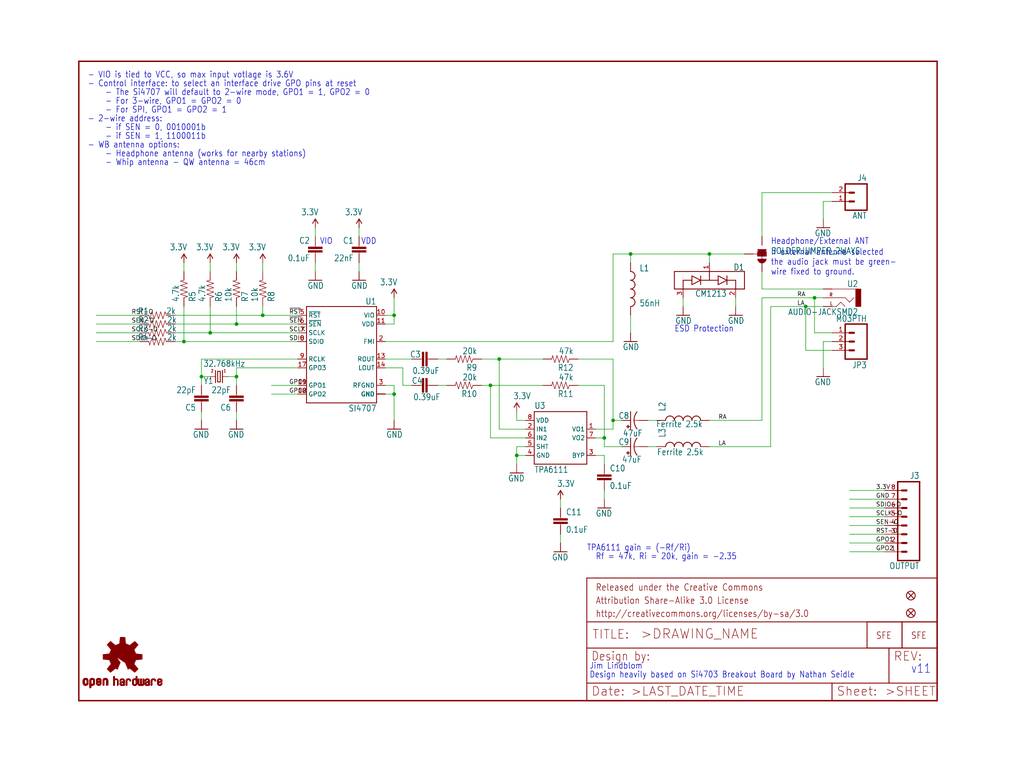
<source format=kicad_sch>
(kicad_sch (version 20211123) (generator eeschema)
  (paper "User" 297.002 223.926)
  (lib_symbols
    (symbol "eagleSchem-eagle-import:3.3V" (power)
      (property "Value" "3.3V" (at -1.016 3.556 0))
      (symbol "3.3V_1_0"
        (pin power_in line (at 0 0 90) (length 2.54) (name "3.3V") (number "1"))
      )
    )
    (symbol "eagleSchem-eagle-import:AUDIO-JACKSMD2"
      (property "Reference" "U" (at -5.08 3.048 0))
      (property "Value" "AUDIO-JACKSMD2" (at -5.08 -5.08 0))
      (symbol "AUDIO-JACKSMD2_1_0"
        (text "L" (at 2.286 -2.286 0) (effects (font (size 1.016 0.8636) (thickness 0.1727) bold) (justify left bottom)))
        (text "R" (at 2.286 0.254 0) (effects (font (size 1.016 0.8636) (thickness 0.1727) bold) (justify left bottom)))
        (pin bidirectional line (at 5.08 0 180) (length 2.54) (name "RIGHT") (number "RING"))
        (pin bidirectional line (at 5.08 2.54 180) (length 2.54) (name "SLEEVE") (number "SLEEVE"))
        (pin bidirectional line (at 5.08 -2.54 180) (length 2.54) (name "LEFT") (number "TIP"))
      )
    )
    (symbol "eagleSchem-eagle-import:CAP0402-CAP"
      (property "Reference" "C" (at 1.524 2.921 0))
      (property "Value" "CAP0402-CAP" (at 1.524 -2.159 0))
      (symbol "CAP0402-CAP_1_0"
        (pin passive line (at 0 5.08 270) (length 2.54) (name "1") (number "1"))
        (pin passive line (at 0 -2.54 90) (length 2.54) (name "2") (number "2"))
      )
    )
    (symbol "eagleSchem-eagle-import:CAP_POL3528"
      (property "Reference" "C" (at 1.016 0.635 0))
      (property "Value" "CAP_POL3528" (at 1.016 -4.191 0))
      (symbol "CAP_POL3528_1_0"
        (pin passive line (at 0 2.54 270) (length 2.54) (name "+") (number "A"))
        (pin passive line (at 0 -5.08 90) (length 2.54) (name "-") (number "C"))
      )
    )
    (symbol "eagleSchem-eagle-import:CM1213"
      (property "Reference" "D" (at -10.16 2.794 0))
      (property "Value" "CM1213" (at -5.08 -4.826 0))
      (symbol "CM1213_1_0"
        (pin bidirectional line (at 0 5.08 270) (length 2.54) (name "CH1") (number "1"))
        (pin bidirectional line (at -7.62 -5.08 90) (length 2.54) (name "VP") (number "2"))
        (pin bidirectional line (at 7.62 -5.08 90) (length 2.54) (name "VN") (number "3"))
      )
    )
    (symbol "eagleSchem-eagle-import:CRYSTAL32-SMD"
      (property "Reference" "Y" (at 2.54 1.016 0))
      (property "Value" "CRYSTAL32-SMD" (at 2.54 -2.54 0))
      (symbol "CRYSTAL32-SMD_1_0"
        (text "1" (at -2.159 -1.143 0) (effects (font (size 0.8636 0.734)) (justify left bottom)))
        (text "2" (at 1.524 -1.143 0) (effects (font (size 0.8636 0.734)) (justify left bottom)))
        (pin passive line (at -2.54 0 0) (length 0) (name "1") (number "X1"))
        (pin passive line (at 2.54 0 180) (length 0) (name "2") (number "X2"))
      )
    )
    (symbol "eagleSchem-eagle-import:FIDUCIALUFIDUCIAL")
    (symbol "eagleSchem-eagle-import:FRAME-LETTER"
      (symbol "FRAME-LETTER_2_0"
        (text ">DRAWING_NAME" (at 15.494 17.78 0) (effects (font (size 2.7432 2.7432)) (justify left bottom)))
        (text ">LAST_DATE_TIME" (at 12.7 1.27 0) (effects (font (size 2.54 2.54)) (justify left bottom)))
        (text ">SHEET" (at 86.36 1.27 0) (effects (font (size 2.54 2.54)) (justify left bottom)))
        (text "Attribution Share-Alike 3.0 License" (at 2.54 27.94 0) (effects (font (size 1.9304 1.6408)) (justify left bottom)))
        (text "Date:" (at 1.27 1.27 0) (effects (font (size 2.54 2.54)) (justify left bottom)))
        (text "Design by:" (at 1.27 11.43 0) (effects (font (size 2.54 2.159)) (justify left bottom)))
        (text "http://creativecommons.org/licenses/by-sa/3.0" (at 2.54 24.13 0) (effects (font (size 1.9304 1.6408)) (justify left bottom)))
        (text "Released under the Creative Commons" (at 2.54 31.75 0) (effects (font (size 1.9304 1.6408)) (justify left bottom)))
        (text "REV:" (at 88.9 11.43 0) (effects (font (size 2.54 2.54)) (justify left bottom)))
        (text "Sheet:" (at 72.39 1.27 0) (effects (font (size 2.54 2.54)) (justify left bottom)))
        (text "TITLE:" (at 1.524 17.78 0) (effects (font (size 2.54 2.54)) (justify left bottom)))
      )
    )
    (symbol "eagleSchem-eagle-import:GND" (power)
      (property "Value" "GND" (at -2.54 -2.54 0))
      (symbol "GND_1_0"
        (pin power_in line (at 0 2.54 270) (length 2.54) (name "GND") (number "1"))
      )
    )
    (symbol "eagleSchem-eagle-import:INDUCTOR0402"
      (property "Reference" "L" (at 2.54 5.08 0))
      (property "Value" "INDUCTOR0402" (at 2.54 -5.08 0))
      (symbol "INDUCTOR0402_1_0"
        (pin passive line (at 0 7.62 270) (length 2.54) (name "1") (number "1"))
        (pin passive line (at 0 -7.62 90) (length 2.54) (name "2") (number "2"))
      )
    )
    (symbol "eagleSchem-eagle-import:INDUCTOR0603"
      (property "Reference" "L" (at 2.54 5.08 0))
      (property "Value" "INDUCTOR0603" (at 2.54 -5.08 0))
      (symbol "INDUCTOR0603_1_0"
        (pin passive line (at 0 7.62 270) (length 2.54) (name "1") (number "1"))
        (pin passive line (at 0 -7.62 90) (length 2.54) (name "2") (number "2"))
      )
    )
    (symbol "eagleSchem-eagle-import:LOGO-SFENEW"
      (symbol "LOGO-SFENEW_1_0"
        (text "SFE" (at 0 0 0) (effects (font (size 1.9304 1.6408)) (justify left bottom)))
      )
    )
    (symbol "eagleSchem-eagle-import:LOGO-SFESK"
      (symbol "LOGO-SFESK_1_0"
        (text "SFE" (at 0 0 0) (effects (font (size 1.9304 1.6408)) (justify left bottom)))
      )
    )
    (symbol "eagleSchem-eagle-import:M02PTH"
      (property "Reference" "JP" (at -2.54 5.842 0))
      (property "Value" "M02PTH" (at -2.54 -5.08 0))
      (symbol "M02PTH_1_0"
        (pin passive line (at 7.62 0 180) (length 5.08) (name "1") (number "1"))
        (pin passive line (at 7.62 2.54 180) (length 5.08) (name "2") (number "2"))
      )
    )
    (symbol "eagleSchem-eagle-import:M03PTH"
      (property "Reference" "JP" (at -2.54 5.842 0))
      (property "Value" "M03PTH" (at -2.54 -7.62 0))
      (symbol "M03PTH_1_0"
        (pin passive line (at 7.62 -2.54 180) (length 5.08) (name "1") (number "1"))
        (pin passive line (at 7.62 0 180) (length 5.08) (name "2") (number "2"))
        (pin passive line (at 7.62 2.54 180) (length 5.08) (name "3") (number "3"))
      )
    )
    (symbol "eagleSchem-eagle-import:M081X08"
      (property "Reference" "JP" (at -5.08 13.462 0))
      (property "Value" "M081X08" (at -5.08 -12.7 0))
      (symbol "M081X08_1_0"
        (pin passive line (at 5.08 -7.62 180) (length 5.08) (name "1") (number "1"))
        (pin passive line (at 5.08 -5.08 180) (length 5.08) (name "2") (number "2"))
        (pin passive line (at 5.08 -2.54 180) (length 5.08) (name "3") (number "3"))
        (pin passive line (at 5.08 0 180) (length 5.08) (name "4") (number "4"))
        (pin passive line (at 5.08 2.54 180) (length 5.08) (name "5") (number "5"))
        (pin passive line (at 5.08 5.08 180) (length 5.08) (name "6") (number "6"))
        (pin passive line (at 5.08 7.62 180) (length 5.08) (name "7") (number "7"))
        (pin passive line (at 5.08 10.16 180) (length 5.08) (name "8") (number "8"))
      )
    )
    (symbol "eagleSchem-eagle-import:OSHW-LOGOS")
    (symbol "eagleSchem-eagle-import:RESISTOR0402-RES"
      (property "Reference" "R" (at -3.81 1.4986 0))
      (property "Value" "RESISTOR0402-RES" (at -3.81 -3.302 0))
      (symbol "RESISTOR0402-RES_1_0"
        (pin passive line (at -5.08 0 0) (length 2.54) (name "1") (number "1"))
        (pin passive line (at 5.08 0 180) (length 2.54) (name "2") (number "2"))
      )
    )
    (symbol "eagleSchem-eagle-import:SI4707"
      (property "Reference" "U" (at -10.16 15.748 0))
      (property "Value" "SI4707" (at -10.16 -15.24 0))
      (symbol "SI4707_1_0"
        (pin bidirectional line (at -12.7 12.7 0) (length 2.54) (name "VIO") (number "10"))
        (pin bidirectional line (at -12.7 10.16 0) (length 2.54) (name "VDD") (number "11"))
        (pin bidirectional line (at -12.7 -10.16 0) (length 2.54) (name "GND") (number "12"))
        (pin bidirectional line (at -12.7 0 0) (length 2.54) (name "ROUT") (number "13"))
        (pin bidirectional line (at -12.7 -2.54 0) (length 2.54) (name "LOUT") (number "14"))
        (pin bidirectional line (at -12.7 -10.16 0) (length 2.54) (name "GND") (number "15"))
        (pin bidirectional line (at -12.7 -10.16 0) (length 2.54) (name "GND") (number "16"))
        (pin bidirectional line (at 12.7 -2.54 180) (length 2.54) (name "GPO3") (number "17"))
        (pin bidirectional line (at 12.7 -10.16 180) (length 2.54) (name "GPO2") (number "18"))
        (pin bidirectional line (at 12.7 -7.62 180) (length 2.54) (name "GPO1") (number "19"))
        (pin bidirectional line (at -12.7 5.08 0) (length 2.54) (name "FMI") (number "2"))
        (pin bidirectional line (at -12.7 -10.16 0) (length 2.54) (name "GND") (number "21"))
        (pin bidirectional line (at -12.7 -7.62 0) (length 2.54) (name "RFGND") (number "3"))
        (pin bidirectional line (at -12.7 -10.16 0) (length 2.54) (name "GND") (number "4"))
        (pin bidirectional line (at 12.7 12.7 180) (length 2.54) (name "~{RST}") (number "5"))
        (pin bidirectional line (at 12.7 10.16 180) (length 2.54) (name "~{SEN}") (number "6"))
        (pin bidirectional line (at 12.7 7.62 180) (length 2.54) (name "SCLK") (number "7"))
        (pin bidirectional line (at 12.7 5.08 180) (length 2.54) (name "SDIO") (number "8"))
        (pin bidirectional line (at 12.7 0 180) (length 2.54) (name "RCLK") (number "9"))
      )
    )
    (symbol "eagleSchem-eagle-import:SOLDERJUMPER_2WAYS"
      (property "Reference" "SJ" (at 2.54 0.381 0))
      (property "Value" "SOLDERJUMPER_2WAYS" (at 2.54 -1.905 0))
      (symbol "SOLDERJUMPER_2WAYS_1_0"
        (pin passive line (at 0 5.08 270) (length 2.54) (name "1") (number "1"))
        (pin passive line (at -5.08 0 0) (length 2.54) (name "2") (number "2"))
        (pin passive line (at 0 -5.08 90) (length 2.54) (name "3") (number "3"))
      )
    )
    (symbol "eagleSchem-eagle-import:SPARKFUN_TPA6111SMD"
      (property "Reference" "U" (at -7.62 5.842 0))
      (property "Value" "SPARKFUN_TPA6111SMD" (at -7.62 -12.7 0))
      (symbol "SPARKFUN_TPA6111SMD_1_0"
        (pin bidirectional line (at 10.16 0 180) (length 2.54) (name "VO1") (number "1"))
        (pin bidirectional line (at -10.16 0 0) (length 2.54) (name "IN1") (number "2"))
        (pin bidirectional line (at 10.16 -7.62 180) (length 2.54) (name "BYP") (number "3"))
        (pin bidirectional line (at -10.16 -7.62 0) (length 2.54) (name "GND") (number "4"))
        (pin bidirectional line (at -10.16 -5.08 0) (length 2.54) (name "SHT") (number "5"))
        (pin bidirectional line (at -10.16 -2.54 0) (length 2.54) (name "IN2") (number "6"))
        (pin bidirectional line (at 10.16 -2.54 180) (length 2.54) (name "VO2") (number "7"))
        (pin bidirectional line (at -10.16 2.54 0) (length 2.54) (name "VDD") (number "8"))
      )
    )
  )
  (junction (at 233.68 88.9))
  (junction (at 114.3 91.44))
  (junction (at 236.22 86.36))
  (junction (at 182.88 73.66))
  (junction (at 68.58 109.22))
  (junction (at 175.26 127))
  (junction (at 142.24 111.76))
  (junction (at 53.34 99.06))
  (junction (at 177.8 121.92))
  (junction (at 60.96 96.52))
  (junction (at 149.86 132.08))
  (junction (at 76.2 91.44))
  (junction (at 144.78 104.14))
  (junction (at 68.58 93.98))
  (junction (at 205.74 73.66))
  (junction (at 114.3 114.3))
  (junction (at 58.42 109.22))
  (wire (pts (xy 220.98 83.82) (xy 220.98 78.74)))
  (wire (pts (xy 76.2 76.2) (xy 76.2 78.74)))
  (wire (pts (xy 233.68 88.9) (xy 223.52 88.9)))
  (wire (pts (xy 60.96 109.22) (xy 58.42 109.22)))
  (wire (pts (xy 144.78 104.14) (xy 139.7 104.14)))
  (wire (pts (xy 172.72 132.08) (xy 175.26 132.08)))
  (wire (pts (xy 175.26 127) (xy 175.26 129.54)))
  (wire (pts (xy 68.58 121.92) (xy 68.58 119.38)))
  (wire (pts (xy 256.54 157.48) (xy 246.38 157.48)))
  (wire (pts (xy 256.54 160.02) (xy 246.38 160.02)))
  (wire (pts (xy 238.76 99.06) (xy 241.3 99.06)))
  (wire (pts (xy 149.86 129.54) (xy 149.86 132.08)))
  (wire (pts (xy 149.86 121.92) (xy 149.86 119.38)))
  (wire (pts (xy 53.34 88.9) (xy 53.34 99.06)))
  (wire (pts (xy 68.58 93.98) (xy 50.8 93.98)))
  (wire (pts (xy 233.68 101.6) (xy 233.68 88.9)))
  (wire (pts (xy 91.44 66.04) (xy 91.44 68.58)))
  (wire (pts (xy 86.36 96.52) (xy 60.96 96.52)))
  (wire (pts (xy 182.88 91.44) (xy 182.88 96.52)))
  (wire (pts (xy 144.78 104.14) (xy 157.48 104.14)))
  (wire (pts (xy 223.52 129.54) (xy 223.52 88.9)))
  (wire (pts (xy 152.4 121.92) (xy 149.86 121.92)))
  (wire (pts (xy 177.8 124.46) (xy 172.72 124.46)))
  (wire (pts (xy 68.58 109.22) (xy 68.58 106.68)))
  (wire (pts (xy 172.72 127) (xy 175.26 127)))
  (wire (pts (xy 238.76 83.82) (xy 220.98 83.82)))
  (wire (pts (xy 111.76 104.14) (xy 119.38 104.14)))
  (wire (pts (xy 86.36 99.06) (xy 53.34 99.06)))
  (wire (pts (xy 190.5 121.92) (xy 187.96 121.92)))
  (wire (pts (xy 68.58 111.76) (xy 68.58 109.22)))
  (wire (pts (xy 205.74 73.66) (xy 182.88 73.66)))
  (wire (pts (xy 142.24 111.76) (xy 157.48 111.76)))
  (wire (pts (xy 220.98 55.88) (xy 241.3 55.88)))
  (wire (pts (xy 111.76 111.76) (xy 114.3 111.76)))
  (wire (pts (xy 86.36 114.3) (xy 78.74 114.3)))
  (wire (pts (xy 241.3 101.6) (xy 233.68 101.6)))
  (wire (pts (xy 167.64 104.14) (xy 177.8 104.14)))
  (wire (pts (xy 238.76 99.06) (xy 238.76 106.68)))
  (wire (pts (xy 177.8 121.92) (xy 177.8 124.46)))
  (wire (pts (xy 256.54 144.78) (xy 246.38 144.78)))
  (wire (pts (xy 238.76 86.36) (xy 236.22 86.36)))
  (wire (pts (xy 144.78 124.46) (xy 144.78 104.14)))
  (wire (pts (xy 76.2 91.44) (xy 76.2 88.9)))
  (wire (pts (xy 241.3 58.42) (xy 238.76 58.42)))
  (wire (pts (xy 220.98 121.92) (xy 220.98 86.36)))
  (wire (pts (xy 149.86 132.08) (xy 149.86 134.62)))
  (wire (pts (xy 114.3 93.98) (xy 114.3 91.44)))
  (wire (pts (xy 111.76 93.98) (xy 114.3 93.98)))
  (wire (pts (xy 86.36 93.98) (xy 68.58 93.98)))
  (wire (pts (xy 111.76 106.68) (xy 116.84 106.68)))
  (wire (pts (xy 40.64 93.98) (xy 27.94 93.98)))
  (wire (pts (xy 68.58 76.2) (xy 68.58 78.74)))
  (wire (pts (xy 142.24 127) (xy 152.4 127)))
  (wire (pts (xy 114.3 91.44) (xy 114.3 86.36)))
  (wire (pts (xy 116.84 106.68) (xy 116.84 111.76)))
  (wire (pts (xy 177.8 73.66) (xy 182.88 73.66)))
  (wire (pts (xy 175.26 132.08) (xy 175.26 134.62)))
  (wire (pts (xy 40.64 99.06) (xy 27.94 99.06)))
  (wire (pts (xy 175.26 111.76) (xy 175.26 127)))
  (wire (pts (xy 104.14 68.58) (xy 104.14 66.04)))
  (wire (pts (xy 162.56 144.78) (xy 162.56 147.32)))
  (wire (pts (xy 182.88 76.2) (xy 182.88 73.66)))
  (wire (pts (xy 40.64 96.52) (xy 27.94 96.52)))
  (wire (pts (xy 60.96 96.52) (xy 50.8 96.52)))
  (wire (pts (xy 76.2 91.44) (xy 50.8 91.44)))
  (wire (pts (xy 205.74 129.54) (xy 223.52 129.54)))
  (wire (pts (xy 177.8 104.14) (xy 177.8 121.92)))
  (wire (pts (xy 167.64 111.76) (xy 175.26 111.76)))
  (wire (pts (xy 256.54 142.24) (xy 246.38 142.24)))
  (wire (pts (xy 58.42 104.14) (xy 86.36 104.14)))
  (wire (pts (xy 116.84 111.76) (xy 119.38 111.76)))
  (wire (pts (xy 256.54 152.4) (xy 246.38 152.4)))
  (wire (pts (xy 111.76 91.44) (xy 114.3 91.44)))
  (wire (pts (xy 256.54 154.94) (xy 246.38 154.94)))
  (wire (pts (xy 190.5 129.54) (xy 187.96 129.54)))
  (wire (pts (xy 205.74 73.66) (xy 215.9 73.66)))
  (wire (pts (xy 86.36 91.44) (xy 76.2 91.44)))
  (wire (pts (xy 139.7 111.76) (xy 142.24 111.76)))
  (wire (pts (xy 53.34 76.2) (xy 53.34 78.74)))
  (wire (pts (xy 152.4 132.08) (xy 149.86 132.08)))
  (wire (pts (xy 60.96 88.9) (xy 60.96 96.52)))
  (wire (pts (xy 175.26 144.78) (xy 175.26 142.24)))
  (wire (pts (xy 104.14 78.74) (xy 104.14 76.2)))
  (wire (pts (xy 58.42 111.76) (xy 58.42 109.22)))
  (wire (pts (xy 220.98 68.58) (xy 220.98 55.88)))
  (wire (pts (xy 40.64 91.44) (xy 27.94 91.44)))
  (wire (pts (xy 162.56 157.48) (xy 162.56 154.94)))
  (wire (pts (xy 236.22 86.36) (xy 220.98 86.36)))
  (wire (pts (xy 68.58 106.68) (xy 86.36 106.68)))
  (wire (pts (xy 68.58 88.9) (xy 68.58 93.98)))
  (wire (pts (xy 111.76 114.3) (xy 114.3 114.3)))
  (wire (pts (xy 238.76 88.9) (xy 233.68 88.9)))
  (wire (pts (xy 256.54 149.86) (xy 246.38 149.86)))
  (wire (pts (xy 205.74 76.2) (xy 205.74 73.66)))
  (wire (pts (xy 53.34 99.06) (xy 50.8 99.06)))
  (wire (pts (xy 127 111.76) (xy 129.54 111.76)))
  (wire (pts (xy 86.36 111.76) (xy 78.74 111.76)))
  (wire (pts (xy 205.74 121.92) (xy 220.98 121.92)))
  (wire (pts (xy 91.44 78.74) (xy 91.44 76.2)))
  (wire (pts (xy 238.76 58.42) (xy 238.76 63.5)))
  (wire (pts (xy 152.4 124.46) (xy 144.78 124.46)))
  (wire (pts (xy 60.96 76.2) (xy 60.96 78.74)))
  (wire (pts (xy 213.36 88.9) (xy 213.36 86.36)))
  (wire (pts (xy 180.34 121.92) (xy 177.8 121.92)))
  (polyline (pts (xy 220.98 73.66) (xy 220.98 75.692)))
  (wire (pts (xy 256.54 147.32) (xy 246.38 147.32)))
  (wire (pts (xy 142.24 111.76) (xy 142.24 127)))
  (wire (pts (xy 127 104.14) (xy 129.54 104.14)))
  (wire (pts (xy 152.4 129.54) (xy 149.86 129.54)))
  (wire (pts (xy 236.22 96.52) (xy 236.22 86.36)))
  (wire (pts (xy 114.3 111.76) (xy 114.3 114.3)))
  (wire (pts (xy 198.12 88.9) (xy 198.12 86.36)))
  (wire (pts (xy 236.22 96.52) (xy 241.3 96.52)))
  (wire (pts (xy 114.3 114.3) (xy 114.3 121.92)))
  (wire (pts (xy 66.04 109.22) (xy 68.58 109.22)))
  (wire (pts (xy 175.26 129.54) (xy 180.34 129.54)))
  (wire (pts (xy 58.42 109.22) (xy 58.42 104.14)))
  (wire (pts (xy 177.8 73.66) (xy 177.8 99.06)))
  (wire (pts (xy 58.42 121.92) (xy 58.42 119.38)))
  (wire (pts (xy 177.8 99.06) (xy 111.76 99.06)))
  (text "Design heavily based on Si4703 Breakout Board by Nathan Seidle" (at 170.942 196.85 0) (effects (font (size 1.778 1.5113)) (justify left bottom)))
  (text "- For 3-wire, GPO1 = GPO2 = 0" (at 30.48 30.48 180) (effects (font (size 1.778 1.5113)) (justify left bottom)))
  (text "Headphone/External ANT" (at 223.52 71.12 180) (effects (font (size 1.778 1.5113)) (justify left bottom)))
  (text "- WB antenna options:" (at 25.4 43.18 180) (effects (font (size 1.778 1.5113)) (justify left bottom)))
  (text "- 2-wire address:" (at 25.4 35.56 180) (effects (font (size 1.778 1.5113)) (justify left bottom)))
  (text "- if SEN = 0, 0010001b" (at 30.48 38.1 180) (effects (font (size 1.778 1.5113)) (justify left bottom)))
  (text "- VIO is tied to VCC, so max input votlage is 3.6V" (at 25.4 22.86 0) (effects (font (size 1.778 1.5113)) (justify left bottom)))
  (text "Jim Lindblom" (at 170.942 194.31 180) (effects (font (size 1.778 1.5113)) (justify left bottom)))
  (text "- The Si4707 will default to 2-wire mode, GPO1 = 1, GPO2 = 0" (at 30.48 27.94 0) (effects (font (size 1.778 1.5113)) (justify left bottom)))
  (text "- if SEN = 1, 1100011b" (at 30.48 40.64 180) (effects (font (size 1.778 1.5113)) (justify left bottom)))
  (text "ESD Protection" (at 195.58 96.52 180) (effects (font (size 1.778 1.5113)) (justify left bottom)))
  (text "- Control interface: to select an interface drive GPO pins at reset" (at 25.4 25.4 0) (effects (font (size 1.778 1.5113)) (justify left bottom)))
  (text "If external antenna selected\nthe audio jack must be green-\nwire fixed to ground." (at 223.52 80.01 0) (effects (font (size 1.778 1.5113)) (justify left bottom)))
  (text "VDD" (at 109.22 71.12 180) (effects (font (size 1.778 1.5113)) (justify right bottom)))
  (text "Rf = 47k, Ri = 20k, gain = -2.35" (at 172.72 162.56 180) (effects (font (size 1.778 1.5113)) (justify left bottom)))
  (text "- Headphone antenna (works for nearby stations)" (at 30.48 45.72 180) (effects (font (size 1.778 1.5113)) (justify left bottom)))
  (text "VIO" (at 96.52 71.12 180) (effects (font (size 1.778 1.5113)) (justify right bottom)))
  (text "TPA6111 gain = (-Rf/Ri)" (at 170.18 160.02 180) (effects (font (size 1.778 1.5113)) (justify left bottom)))
  (text "v11" (at 264.16 195.58 180) (effects (font (size 2.54 2.159)) (justify left bottom)))
  (text "- For SPI, GPO1 = GPO2 = 1" (at 30.48 33.02 180) (effects (font (size 1.778 1.5113)) (justify left bottom)))
  (text "- Whip antenna - QW antenna =~{} 46cm" (at 30.48 48.26 180) (effects (font (size 1.778 1.5113)) (justify left bottom)))
  (label "GPO1" (at 254 157.48 0) (effects (font (size 1.2446 1.2446))))
  (label "GPO2" (at 83.82 114.3 0) (effects (font (size 1.2446 1.2446))))
  (label "LA" (at 231.14 88.9 0) (effects (font (size 1.2446 1.2446))))
  (label "GPO2" (at 254 160.02 0) (effects (font (size 1.2446 1.2446))))
  (label "RA" (at 208.28 121.92 0) (effects (font (size 1.2446 1.2446))))
  (label "~{SEN}" (at 83.82 93.98 0) (effects (font (size 1.2446 1.2446))))
  (label "GND" (at 254 144.78 0) (effects (font (size 1.2446 1.2446))))
  (label "RST-O" (at 254 154.94 0) (effects (font (size 1.2446 1.2446))))
  (label "LA" (at 208.28 129.54 0) (effects (font (size 1.2446 1.2446))))
  (label "GPO1" (at 83.82 111.76 0) (effects (font (size 1.2446 1.2446))))
  (label "RST-O" (at 38.1 91.44 0) (effects (font (size 1.2446 1.2446))))
  (label "RA" (at 231.14 86.36 0) (effects (font (size 1.2446 1.2446))))
  (label "SDIO" (at 83.82 99.06 0) (effects (font (size 1.2446 1.2446))))
  (label "SEN-O" (at 254 152.4 0) (effects (font (size 1.2446 1.2446))))
  (label "SCLK-O" (at 254 149.86 0) (effects (font (size 1.2446 1.2446))))
  (label "~{RST}" (at 83.82 91.44 0) (effects (font (size 1.2446 1.2446))))
  (label "3.3V" (at 254 142.24 0) (effects (font (size 1.2446 1.2446))))
  (label "SEN-O" (at 38.1 93.98 0) (effects (font (size 1.2446 1.2446))))
  (label "SCLK-O" (at 38.1 96.52 0) (effects (font (size 1.2446 1.2446))))
  (label "SDIO-O" (at 38.1 99.06 0) (effects (font (size 1.2446 1.2446))))
  (label "SCLK" (at 83.82 96.52 0) (effects (font (size 1.2446 1.2446))))
  (label "SDIO-O" (at 254 147.32 0) (effects (font (size 1.2446 1.2446))))
  (symbol (lib_id "eagleSchem-eagle-import:RESISTOR0402-RES") (at 76.2 83.82 270) (mirror x) (unit 1)
    (property "Reference" "R8" (at 77.6986 87.63 0) (effects (font (size 1.778 1.5113)) (justify left bottom)))
    (property "Value" "10k" (at 72.898 87.63 0) (effects (font (size 1.778 1.5113)) (justify left bottom)))
    (property "Footprint" "eagleSchem:0402-RES" (effects hide))
  )
  (symbol (lib_id "eagleSchem-eagle-import:3.3V") (at 114.3 86.36 0) (mirror y) (unit 1)
    (property "Reference" "#P+1" (effects hide))
    (property "Value" "3.3V" (at 115.316 82.804 0) (effects (font (size 1.778 1.5113)) (justify left bottom)))
    (property "Footprint" "eagleSchem:" (effects hide))
  )
  (symbol (lib_id "eagleSchem-eagle-import:M081X08") (at 261.62 152.4 0) (mirror y) (unit 1)
    (property "Reference" "J3" (at 266.7 138.938 0) (effects (font (size 1.778 1.5113)) (justify left bottom)))
    (property "Value" "OUTPUT" (at 266.7 165.1 0) (effects (font (size 1.778 1.5113)) (justify left bottom)))
    (property "Footprint" "eagleSchem:1X08" (effects hide))
  )
  (symbol (lib_id "eagleSchem-eagle-import:SI4707") (at 99.06 104.14 0) (mirror y) (unit 1)
    (property "Reference" "U1" (at 109.22 88.392 0) (effects (font (size 1.778 1.5113)) (justify left bottom)))
    (property "Value" "SI4707" (at 109.22 119.38 0) (effects (font (size 1.778 1.5113)) (justify left bottom)))
    (property "Footprint" "eagleSchem:SI470X" (effects hide))
  )
  (symbol (lib_id "eagleSchem-eagle-import:AUDIO-JACKSMD2") (at 243.84 86.36 0) (mirror y) (unit 1)
    (property "Reference" "U2" (at 248.92 83.312 0) (effects (font (size 1.778 1.5113)) (justify left bottom)))
    (property "Value" "AUDIO-JACKSMD2" (at 248.92 91.44 0) (effects (font (size 1.778 1.5113)) (justify left bottom)))
    (property "Footprint" "eagleSchem:AUDIO-JACK-3.5MM-SMD" (effects hide))
  )
  (symbol (lib_id "eagleSchem-eagle-import:3.3V") (at 104.14 66.04 0) (mirror y) (unit 1)
    (property "Reference" "#P+2" (effects hide))
    (property "Value" "3.3V" (at 105.156 62.484 0) (effects (font (size 1.778 1.5113)) (justify left bottom)))
    (property "Footprint" "eagleSchem:" (effects hide))
  )
  (symbol (lib_id "eagleSchem-eagle-import:RESISTOR0402-RES") (at 60.96 83.82 270) (mirror x) (unit 1)
    (property "Reference" "R6" (at 62.4586 87.63 0) (effects (font (size 1.778 1.5113)) (justify left bottom)))
    (property "Value" "4.7k" (at 57.658 87.63 0) (effects (font (size 1.778 1.5113)) (justify left bottom)))
    (property "Footprint" "eagleSchem:0402-RES" (effects hide))
  )
  (symbol (lib_id "eagleSchem-eagle-import:3.3V") (at 60.96 76.2 0) (mirror y) (unit 1)
    (property "Reference" "#P+4" (effects hide))
    (property "Value" "3.3V" (at 61.976 72.644 0) (effects (font (size 1.778 1.5113)) (justify left bottom)))
    (property "Footprint" "eagleSchem:" (effects hide))
  )
  (symbol (lib_id "eagleSchem-eagle-import:GND") (at 114.3 124.46 0) (mirror y) (unit 1)
    (property "Reference" "#GND5" (effects hide))
    (property "Value" "GND" (at 116.84 127 0) (effects (font (size 1.778 1.5113)) (justify left bottom)))
    (property "Footprint" "eagleSchem:" (effects hide))
  )
  (symbol (lib_id "eagleSchem-eagle-import:GND") (at 238.76 66.04 0) (unit 1)
    (property "Reference" "#GND13" (effects hide))
    (property "Value" "GND" (at 236.22 68.58 0) (effects (font (size 1.778 1.5113)) (justify left bottom)))
    (property "Footprint" "eagleSchem:" (effects hide))
  )
  (symbol (lib_id "eagleSchem-eagle-import:INDUCTOR0603") (at 182.88 83.82 0) (unit 1)
    (property "Reference" "L1" (at 185.42 78.74 0) (effects (font (size 1.778 1.5113)) (justify left bottom)))
    (property "Value" "56nH" (at 185.42 88.9 0) (effects (font (size 1.778 1.5113)) (justify left bottom)))
    (property "Footprint" "eagleSchem:0603" (effects hide))
  )
  (symbol (lib_id "eagleSchem-eagle-import:LOGO-SFENEW") (at 264.16 185.42 0) (unit 1)
    (property "Reference" "JP1" (effects hide))
    (property "Value" "LOGO-SFENEW" (effects hide))
    (property "Footprint" "eagleSchem:SFE-NEW-WEBLOGO" (effects hide))
  )
  (symbol (lib_id "eagleSchem-eagle-import:RESISTOR0402-RES") (at 45.72 93.98 0) (mirror y) (unit 1)
    (property "Reference" "R2" (at 43.18 93.7514 0) (effects (font (size 1.778 1.5113)) (justify left bottom)))
    (property "Value" "2k" (at 51.308 93.726 0) (effects (font (size 1.778 1.5113)) (justify left bottom)))
    (property "Footprint" "eagleSchem:0402-RES" (effects hide))
  )
  (symbol (lib_id "eagleSchem-eagle-import:M02PTH") (at 248.92 58.42 0) (mirror y) (unit 1)
    (property "Reference" "J4" (at 251.46 52.578 0) (effects (font (size 1.778 1.5113)) (justify left bottom)))
    (property "Value" "ANT" (at 251.46 63.5 0) (effects (font (size 1.778 1.5113)) (justify left bottom)))
    (property "Footprint" "eagleSchem:1X02" (effects hide))
  )
  (symbol (lib_id "eagleSchem-eagle-import:CAP_POL3528") (at 182.88 121.92 90) (unit 1)
    (property "Reference" "C8" (at 179.324 121.539 90) (effects (font (size 1.778 1.5113)) (justify right top)))
    (property "Value" "47uF" (at 180.594 126.619 90) (effects (font (size 1.778 1.5113)) (justify right top)))
    (property "Footprint" "eagleSchem:EIA3528" (effects hide))
  )
  (symbol (lib_id "eagleSchem-eagle-import:CAP0402-CAP") (at 104.14 73.66 0) (mirror y) (unit 1)
    (property "Reference" "C1" (at 102.616 70.739 0) (effects (font (size 1.778 1.5113)) (justify left bottom)))
    (property "Value" "22nF" (at 102.616 75.819 0) (effects (font (size 1.778 1.5113)) (justify left bottom)))
    (property "Footprint" "eagleSchem:0402-CAP" (effects hide))
  )
  (symbol (lib_id "eagleSchem-eagle-import:3.3V") (at 162.56 144.78 0) (unit 1)
    (property "Reference" "#P+9" (effects hide))
    (property "Value" "3.3V" (at 161.544 141.224 0) (effects (font (size 1.778 1.5113)) (justify left bottom)))
    (property "Footprint" "eagleSchem:" (effects hide))
  )
  (symbol (lib_id "eagleSchem-eagle-import:FIDUCIALUFIDUCIAL") (at 264.16 172.72 0) (unit 1)
    (property "Reference" "JP4" (effects hide))
    (property "Value" "FIDUCIALUFIDUCIAL" (effects hide))
    (property "Footprint" "eagleSchem:MICRO-FIDUCIAL" (effects hide))
  )
  (symbol (lib_id "eagleSchem-eagle-import:3.3V") (at 76.2 76.2 0) (mirror y) (unit 1)
    (property "Reference" "#P+6" (effects hide))
    (property "Value" "3.3V" (at 77.216 72.644 0) (effects (font (size 1.778 1.5113)) (justify left bottom)))
    (property "Footprint" "eagleSchem:" (effects hide))
  )
  (symbol (lib_id "eagleSchem-eagle-import:3.3V") (at 53.34 76.2 0) (mirror y) (unit 1)
    (property "Reference" "#P+5" (effects hide))
    (property "Value" "3.3V" (at 54.356 72.644 0) (effects (font (size 1.778 1.5113)) (justify left bottom)))
    (property "Footprint" "eagleSchem:" (effects hide))
  )
  (symbol (lib_id "eagleSchem-eagle-import:GND") (at 149.86 137.16 0) (unit 1)
    (property "Reference" "#GND9" (effects hide))
    (property "Value" "GND" (at 147.32 139.7 0) (effects (font (size 1.778 1.5113)) (justify left bottom)))
    (property "Footprint" "eagleSchem:" (effects hide))
  )
  (symbol (lib_id "eagleSchem-eagle-import:SOLDERJUMPER_2WAYS") (at 220.98 73.66 0) (mirror x) (unit 1)
    (property "Reference" "SJ2" (effects hide))
    (property "Value" "SOLDERJUMPER_2WAYS" (at 223.52 71.755 0) (effects (font (size 1.778 1.5113)) (justify left bottom)))
    (property "Footprint" "eagleSchem:SJ_3" (effects hide))
  )
  (symbol (lib_id "eagleSchem-eagle-import:FIDUCIALUFIDUCIAL") (at 264.16 177.8 0) (unit 1)
    (property "Reference" "JP5" (effects hide))
    (property "Value" "FIDUCIALUFIDUCIAL" (effects hide))
    (property "Footprint" "eagleSchem:MICRO-FIDUCIAL" (effects hide))
  )
  (symbol (lib_id "eagleSchem-eagle-import:CAP0402-CAP") (at 58.42 114.3 180) (unit 1)
    (property "Reference" "C5" (at 56.896 117.221 0) (effects (font (size 1.778 1.5113)) (justify left bottom)))
    (property "Value" "22pF" (at 56.896 112.141 0) (effects (font (size 1.778 1.5113)) (justify left bottom)))
    (property "Footprint" "eagleSchem:0402-CAP" (effects hide))
  )
  (symbol (lib_id "eagleSchem-eagle-import:INDUCTOR0402") (at 198.12 129.54 90) (unit 1)
    (property "Reference" "L3" (at 193.04 127 0) (effects (font (size 1.778 1.5113)) (justify left bottom)))
    (property "Value" "Ferrite 2.5k" (at 190.5 132.08 90) (effects (font (size 1.778 1.5113)) (justify right top)))
    (property "Footprint" "eagleSchem:C0402" (effects hide))
  )
  (symbol (lib_id "eagleSchem-eagle-import:GND") (at 182.88 99.06 0) (mirror y) (unit 1)
    (property "Reference" "#GND7" (effects hide))
    (property "Value" "GND" (at 185.42 101.6 0) (effects (font (size 1.778 1.5113)) (justify left bottom)))
    (property "Footprint" "eagleSchem:" (effects hide))
  )
  (symbol (lib_id "eagleSchem-eagle-import:RESISTOR0402-RES") (at 134.62 111.76 180) (unit 1)
    (property "Reference" "R10" (at 138.43 113.2586 0) (effects (font (size 1.778 1.5113)) (justify left bottom)))
    (property "Value" "20k" (at 138.43 108.458 0) (effects (font (size 1.778 1.5113)) (justify left bottom)))
    (property "Footprint" "eagleSchem:0402-RES" (effects hide))
  )
  (symbol (lib_id "eagleSchem-eagle-import:RESISTOR0402-RES") (at 45.72 96.52 0) (mirror y) (unit 1)
    (property "Reference" "R3" (at 43.18 96.2914 0) (effects (font (size 1.778 1.5113)) (justify left bottom)))
    (property "Value" "2k" (at 51.308 96.266 0) (effects (font (size 1.778 1.5113)) (justify left bottom)))
    (property "Footprint" "eagleSchem:0402-RES" (effects hide))
  )
  (symbol (lib_id "eagleSchem-eagle-import:CAP_POL3528") (at 182.88 129.54 90) (unit 1)
    (property "Reference" "C9" (at 179.324 129.159 90) (effects (font (size 1.778 1.5113)) (justify right top)))
    (property "Value" "47uF" (at 180.34 134.239 90) (effects (font (size 1.778 1.5113)) (justify right top)))
    (property "Footprint" "eagleSchem:EIA3528" (effects hide))
  )
  (symbol (lib_id "eagleSchem-eagle-import:RESISTOR0402-RES") (at 162.56 111.76 180) (unit 1)
    (property "Reference" "R11" (at 166.37 113.2586 0) (effects (font (size 1.778 1.5113)) (justify left bottom)))
    (property "Value" "47k" (at 166.37 108.458 0) (effects (font (size 1.778 1.5113)) (justify left bottom)))
    (property "Footprint" "eagleSchem:0402-RES" (effects hide))
  )
  (symbol (lib_id "eagleSchem-eagle-import:GND") (at 238.76 109.22 0) (unit 1)
    (property "Reference" "#GND6" (effects hide))
    (property "Value" "GND" (at 236.22 111.76 0) (effects (font (size 1.778 1.5113)) (justify left bottom)))
    (property "Footprint" "eagleSchem:" (effects hide))
  )
  (symbol (lib_id "eagleSchem-eagle-import:M03PTH") (at 248.92 99.06 180) (unit 1)
    (property "Reference" "JP3" (at 251.46 104.902 0) (effects (font (size 1.778 1.5113)) (justify left bottom)))
    (property "Value" "M03PTH" (at 251.46 91.44 0) (effects (font (size 1.778 1.5113)) (justify left bottom)))
    (property "Footprint" "eagleSchem:1X03" (effects hide))
  )
  (symbol (lib_id "eagleSchem-eagle-import:RESISTOR0402-RES") (at 53.34 83.82 270) (mirror x) (unit 1)
    (property "Reference" "R5" (at 54.8386 87.63 0) (effects (font (size 1.778 1.5113)) (justify left bottom)))
    (property "Value" "4.7k" (at 50.038 87.63 0) (effects (font (size 1.778 1.5113)) (justify left bottom)))
    (property "Footprint" "eagleSchem:0402-RES" (effects hide))
  )
  (symbol (lib_id "eagleSchem-eagle-import:GND") (at 58.42 124.46 0) (unit 1)
    (property "Reference" "#GND3" (effects hide))
    (property "Value" "GND" (at 55.88 127 0) (effects (font (size 1.778 1.5113)) (justify left bottom)))
    (property "Footprint" "eagleSchem:" (effects hide))
  )
  (symbol (lib_id "eagleSchem-eagle-import:LOGO-SFESK") (at 254 185.42 0) (unit 1)
    (property "Reference" "JP2" (effects hide))
    (property "Value" "LOGO-SFESK" (effects hide))
    (property "Footprint" "eagleSchem:SFE-LOGO-FLAME" (effects hide))
  )
  (symbol (lib_id "eagleSchem-eagle-import:CRYSTAL32-SMD") (at 63.5 109.22 180) (unit 1)
    (property "Reference" "Y1" (at 61.976 109.474 0) (effects (font (size 1.778 1.5113)) (justify left bottom)))
    (property "Value" "32.768kHz" (at 58.928 106.426 0) (effects (font (size 1.778 1.5113)) (justify right top)))
    (property "Footprint" "eagleSchem:CRYSTAL-32KHZ-SMD" (effects hide))
  )
  (symbol (lib_id "eagleSchem-eagle-import:CAP0402-CAP") (at 175.26 139.7 0) (unit 1)
    (property "Reference" "C10" (at 176.784 136.779 0) (effects (font (size 1.778 1.5113)) (justify left bottom)))
    (property "Value" "0.1uF" (at 176.784 141.859 0) (effects (font (size 1.778 1.5113)) (justify left bottom)))
    (property "Footprint" "eagleSchem:0402-CAP" (effects hide))
  )
  (symbol (lib_id "eagleSchem-eagle-import:3.3V") (at 91.44 66.04 0) (mirror y) (unit 1)
    (property "Reference" "#P+3" (effects hide))
    (property "Value" "3.3V" (at 92.456 62.484 0) (effects (font (size 1.778 1.5113)) (justify left bottom)))
    (property "Footprint" "eagleSchem:" (effects hide))
  )
  (symbol (lib_id "eagleSchem-eagle-import:GND") (at 198.12 91.44 0) (mirror y) (unit 1)
    (property "Reference" "#GND11" (effects hide))
    (property "Value" "GND" (at 200.66 93.98 0) (effects (font (size 1.778 1.5113)) (justify left bottom)))
    (property "Footprint" "eagleSchem:" (effects hide))
  )
  (symbol (lib_id "eagleSchem-eagle-import:GND") (at 68.58 124.46 0) (unit 1)
    (property "Reference" "#GND4" (effects hide))
    (property "Value" "GND" (at 66.04 127 0) (effects (font (size 1.778 1.5113)) (justify left bottom)))
    (property "Footprint" "eagleSchem:" (effects hide))
  )
  (symbol (lib_id "eagleSchem-eagle-import:GND") (at 162.56 160.02 0) (unit 1)
    (property "Reference" "#GND10" (effects hide))
    (property "Value" "GND" (at 160.02 162.56 0) (effects (font (size 1.778 1.5113)) (justify left bottom)))
    (property "Footprint" "eagleSchem:" (effects hide))
  )
  (symbol (lib_id "eagleSchem-eagle-import:CAP0402-CAP") (at 124.46 104.14 90) (unit 1)
    (property "Reference" "C3" (at 118.872 103.759 90) (effects (font (size 1.778 1.5113)) (justify right top)))
    (property "Value" "0.39uF" (at 127.508 106.553 90) (effects (font (size 1.778 1.5113)) (justify left bottom)))
    (property "Footprint" "eagleSchem:0402-CAP" (effects hide))
  )
  (symbol (lib_id "eagleSchem-eagle-import:CAP0402-CAP") (at 162.56 152.4 0) (unit 1)
    (property "Reference" "C11" (at 164.084 149.479 0) (effects (font (size 1.778 1.5113)) (justify left bottom)))
    (property "Value" "0.1uF" (at 164.084 154.559 0) (effects (font (size 1.778 1.5113)) (justify left bottom)))
    (property "Footprint" "eagleSchem:0402-CAP" (effects hide))
  )
  (symbol (lib_id "eagleSchem-eagle-import:FRAME-LETTER") (at 22.86 203.2 0) (unit 1)
    (property "Reference" "FRAME1" (effects hide))
    (property "Value" "FRAME-LETTER" (effects hide))
    (property "Footprint" "eagleSchem:CREATIVE_COMMONS" (effects hide))
  )
  (symbol (lib_id "eagleSchem-eagle-import:OSHW-LOGOS") (at 35.56 190.5 0) (unit 1)
    (property "Reference" "U$2" (effects hide))
    (property "Value" "OSHW-LOGOS" (effects hide))
    (property "Footprint" "eagleSchem:OSHW-LOGO-S" (effects hide))
  )
  (symbol (lib_id "eagleSchem-eagle-import:GND") (at 91.44 81.28 0) (mirror y) (unit 1)
    (property "Reference" "#GND2" (effects hide))
    (property "Value" "GND" (at 93.98 83.82 0) (effects (font (size 1.778 1.5113)) (justify left bottom)))
    (property "Footprint" "eagleSchem:" (effects hide))
  )
  (symbol (lib_id "eagleSchem-eagle-import:SPARKFUN_TPA6111SMD") (at 162.56 124.46 0) (unit 1)
    (property "Reference" "U3" (at 154.94 118.618 0) (effects (font (size 1.778 1.5113)) (justify left bottom)))
    (property "Value" "TPA6111" (at 154.94 137.16 0) (effects (font (size 1.778 1.5113)) (justify left bottom)))
    (property "Footprint" "eagleSchem:SPARKFUN_SO08" (effects hide))
  )
  (symbol (lib_id "eagleSchem-eagle-import:CAP0402-CAP") (at 91.44 73.66 0) (mirror y) (unit 1)
    (property "Reference" "C2" (at 89.916 70.739 0) (effects (font (size 1.778 1.5113)) (justify left bottom)))
    (property "Value" "0.1uF" (at 89.916 75.819 0) (effects (font (size 1.778 1.5113)) (justify left bottom)))
    (property "Footprint" "eagleSchem:0402-CAP" (effects hide))
  )
  (symbol (lib_id "eagleSchem-eagle-import:3.3V") (at 68.58 76.2 0) (mirror y) (unit 1)
    (property "Reference" "#P+7" (effects hide))
    (property "Value" "3.3V" (at 69.596 72.644 0) (effects (font (size 1.778 1.5113)) (justify left bottom)))
    (property "Footprint" "eagleSchem:" (effects hide))
  )
  (symbol (lib_id "eagleSchem-eagle-import:CAP0402-CAP") (at 124.46 111.76 90) (unit 1)
    (property "Reference" "C4" (at 119.38 111.379 90) (effects (font (size 1.778 1.5113)) (justify right top)))
    (property "Value" "0.39uF" (at 127.762 114.173 90) (effects (font (size 1.778 1.5113)) (justify left bottom)))
    (property "Footprint" "eagleSchem:0402-CAP" (effects hide))
  )
  (symbol (lib_id "eagleSchem-eagle-import:3.3V") (at 149.86 119.38 0) (unit 1)
    (property "Reference" "#P+8" (effects hide))
    (property "Value" "3.3V" (at 148.844 115.824 0) (effects (font (size 1.778 1.5113)) (justify left bottom)))
    (property "Footprint" "eagleSchem:" (effects hide))
  )
  (symbol (lib_id "eagleSchem-eagle-import:GND") (at 213.36 91.44 0) (mirror y) (unit 1)
    (property "Reference" "#GND12" (effects hide))
    (property "Value" "GND" (at 215.9 93.98 0) (effects (font (size 1.778 1.5113)) (justify left bottom)))
    (property "Footprint" "eagleSchem:" (effects hide))
  )
  (symbol (lib_id "eagleSchem-eagle-import:RESISTOR0402-RES") (at 162.56 104.14 180) (unit 1)
    (property "Reference" "R12" (at 166.37 105.6386 0) (effects (font (size 1.778 1.5113)) (justify left bottom)))
    (property "Value" "47k" (at 166.37 100.838 0) (effects (font (size 1.778 1.5113)) (justify left bottom)))
    (property "Footprint" "eagleSchem:0402-RES" (effects hide))
  )
  (symbol (lib_id "eagleSchem-eagle-import:RESISTOR0402-RES") (at 45.72 99.06 0) (mirror y) (unit 1)
    (property "Reference" "R4" (at 43.18 98.8314 0) (effects (font (size 1.778 1.5113)) (justify left bottom)))
    (property "Value" "2k" (at 51.308 98.806 0) (effects (font (size 1.778 1.5113)) (justify left bottom)))
    (property "Footprint" "eagleSchem:0402-RES" (effects hide))
  )
  (symbol (lib_id "eagleSchem-eagle-import:RESISTOR0402-RES") (at 45.72 91.44 0) (mirror y) (unit 1)
    (property "Reference" "R1" (at 43.18 91.2114 0) (effects (font (size 1.778 1.5113)) (justify left bottom)))
    (property "Value" "2k" (at 51.054 91.186 0) (effects (font (size 1.778 1.5113)) (justify left bottom)))
    (property "Footprint" "eagleSchem:0402-RES" (effects hide))
  )
  (symbol (lib_id "eagleSchem-eagle-import:GND") (at 104.14 81.28 0) (mirror y) (unit 1)
    (property "Reference" "#GND1" (effects hide))
    (property "Value" "GND" (at 106.68 83.82 0) (effects (font (size 1.778 1.5113)) (justify left bottom)))
    (property "Footprint" "eagleSchem:" (effects hide))
  )
  (symbol (lib_id "eagleSchem-eagle-import:CAP0402-CAP") (at 68.58 114.3 180) (unit 1)
    (property "Reference" "C6" (at 67.056 117.221 0) (effects (font (size 1.778 1.5113)) (justify left bottom)))
    (property "Value" "22pF" (at 67.056 112.141 0) (effects (font (size 1.778 1.5113)) (justify left bottom)))
    (property "Footprint" "eagleSchem:0402-CAP" (effects hide))
  )
  (symbol (lib_id "eagleSchem-eagle-import:INDUCTOR0402") (at 198.12 121.92 90) (unit 1)
    (property "Reference" "L2" (at 193.04 119.38 0) (effects (font (size 1.778 1.5113)) (justify left bottom)))
    (property "Value" "Ferrite 2.5k" (at 190.246 123.952 90) (effects (font (size 1.778 1.5113)) (justify right top)))
    (property "Footprint" "eagleSchem:C0402" (effects hide))
  )
  (symbol (lib_id "eagleSchem-eagle-import:FRAME-LETTER") (at 170.18 203.2 0) (unit 2)
    (property "Reference" "FRAME1" (effects hide))
    (property "Value" "FRAME-LETTER" (effects hide))
    (property "Footprint" "eagleSchem:CREATIVE_COMMONS" (effects hide))
  )
  (symbol (lib_id "eagleSchem-eagle-import:RESISTOR0402-RES") (at 134.62 104.14 180) (unit 1)
    (property "Reference" "R9" (at 138.43 105.6386 0) (effects (font (size 1.778 1.5113)) (justify left bottom)))
    (property "Value" "20k" (at 138.43 100.838 0) (effects (font (size 1.778 1.5113)) (justify left bottom)))
    (property "Footprint" "eagleSchem:0402-RES" (effects hide))
  )
  (symbol (lib_id "eagleSchem-eagle-import:RESISTOR0402-RES") (at 68.58 83.82 270) (mirror x) (unit 1)
    (property "Reference" "R7" (at 70.0786 87.63 0) (effects (font (size 1.778 1.5113)) (justify left bottom)))
    (property "Value" "10k" (at 65.278 87.63 0) (effects (font (size 1.778 1.5113)) (justify left bottom)))
    (property "Footprint" "eagleSchem:0402-RES" (effects hide))
  )
  (symbol (lib_id "eagleSchem-eagle-import:GND") (at 175.26 147.32 0) (unit 1)
    (property "Reference" "#GND8" (effects hide))
    (property "Value" "GND" (at 172.72 149.86 0) (effects (font (size 1.778 1.5113)) (justify left bottom)))
    (property "Footprint" "eagleSchem:" (effects hide))
  )
  (symbol (lib_id "eagleSchem-eagle-import:CM1213") (at 205.74 81.28 0) (mirror y) (unit 1)
    (property "Reference" "D1" (at 215.9 78.486 0) (effects (font (size 1.778 1.5113)) (justify left bottom)))
    (property "Value" "CM1213" (at 210.82 86.106 0) (effects (font (size 1.778 1.5113)) (justify left bottom)))
    (property "Footprint" "eagleSchem:SOT23-3" (effects hide))
  )
)
</source>
